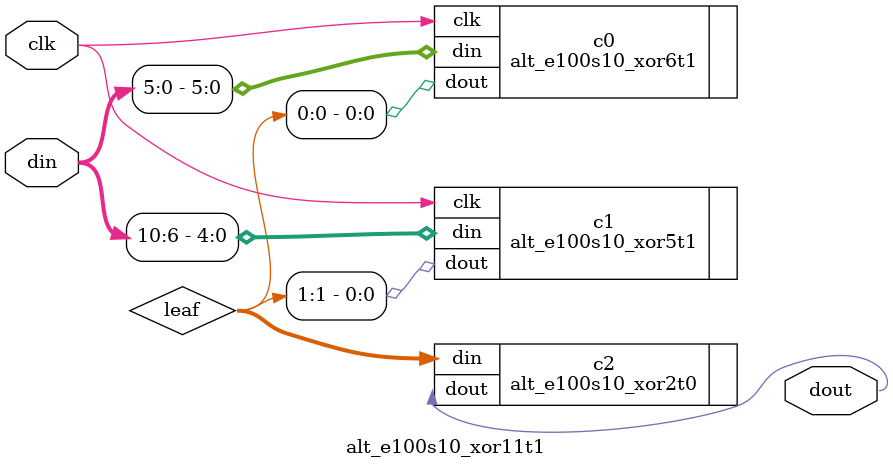
<source format=v>




`timescale 1ps/1ps

// DESCRIPTION
// 11 input XOR gate.  Latency 1.
// Generated by one of Gregg's toys.   Share And Enjoy.

module alt_e100s10_xor11t1 #(
    parameter SIM_EMULATE = 1'b0
) (
    input clk,
    input [10:0] din,
    output dout
);

wire [1:0] leaf;

alt_e100s10_xor6t1 c0 (
    .clk(clk),
    .din(din[5:0]),
    .dout(leaf[0])
);
defparam c0 .SIM_EMULATE = SIM_EMULATE;

alt_e100s10_xor5t1 c1 (
    .clk(clk),
    .din(din[10:6]),
    .dout(leaf[1])
);
defparam c1 .SIM_EMULATE = SIM_EMULATE;

alt_e100s10_xor2t0 c2 (
    .din(leaf),
    .dout(dout)
);
defparam c2 .SIM_EMULATE = SIM_EMULATE;

endmodule


</source>
